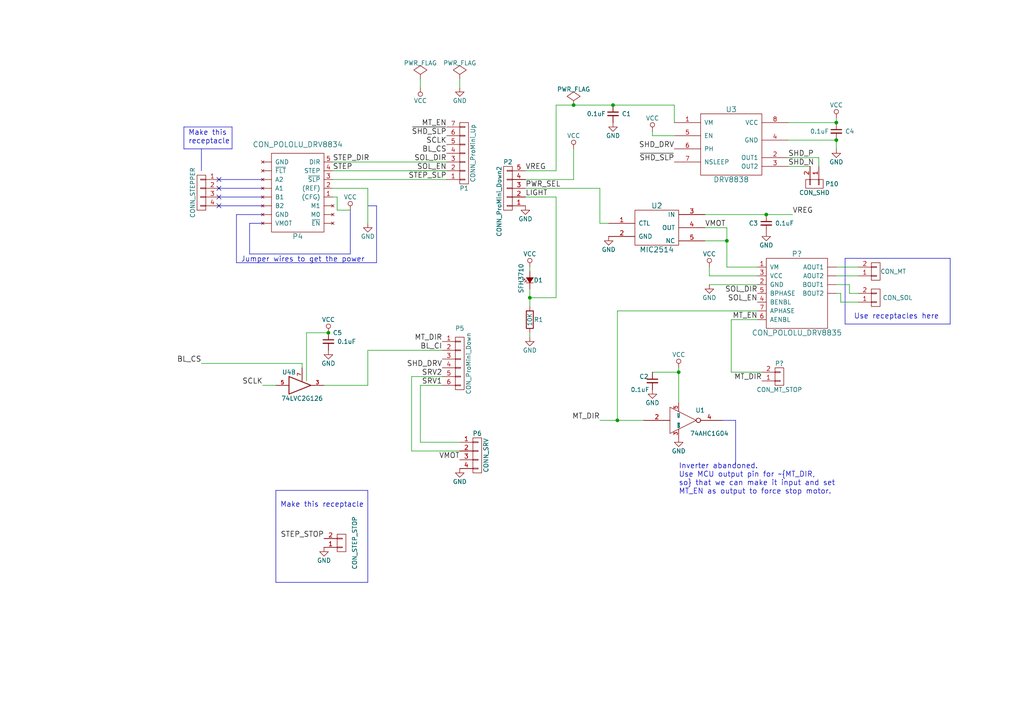
<source format=kicad_sch>
(kicad_sch (version 20230121) (generator eeschema)
  (paper "A4")
  (title_block (title "Pro-Mini Breakout"))
  (lib_symbols
    (symbol "ibk-rescue:74AHC1G04" (pin_names (offset 0.254))
      (property "Reference" "U" (at 4.953 2.921 0))
      (property "Value" "74AHC1G04" (at 7.62 -3.81 0))
      (symbol "74AHC1G04_0_0"
        (polyline (pts (xy -3.81 3.81) (xy -3.81 -3.81) (xy 3.81 0) (xy -3.81 3.81)))
        (pin power_in line (at -1.27 -5.08 90) (length 2.54) (name "GND") (number "3"))
        (pin power_in line (at -1.27 5.08 270) (length 2.54) (name "VCC") (number "5"))
      )
      (symbol "74AHC1G04_1_1"
        (pin input line (at -11.43 0 0) (length 7.62) (name "~") (number "2"))
        (pin output inverted (at 11.43 0 180) (length 7.62) (name "~") (number "4"))
      )
      (symbol "74AHC1G04_1_2"
        (pin input inverted (at -11.43 0 0) (length 7.62) (name "~") (number "2"))
        (pin output line (at 11.43 0 180) (length 7.62) (name "~") (number "4"))
      )
    )
    (symbol "ibk-rescue:74LVC2G126" (pin_names (offset 1.016))
      (property "Reference" "U" (at -2.54 3.81 0))
      (property "Value" "74LVC2G126" (at 0 -3.81 0))
      (symbol "74LVC2G126_0_1"
        (polyline (pts (xy -3.81 2.54) (xy -3.81 -2.54) (xy 2.54 0) (xy -3.81 2.54)) (stroke (width 0.254)))
        (pin power_in line (at 1.27 -1.27 270) (length 0) hide (name "GND") (number "4"))
        (pin power_in line (at 1.27 1.27 90) (length 0) hide (name "VCC") (number "8"))
      )
      (symbol "74LVC2G126_1_1"
        (pin input line (at 0 5.08 270) (length 3.81) (name "~") (number "1"))
        (pin input line (at -7.62 0 0) (length 3.81) (name "~") (number "2"))
        (pin tri_state line (at 6.35 0 180) (length 3.81) (name "~") (number "6"))
      )
      (symbol "74LVC2G126_2_1"
        (pin tri_state line (at 6.35 0 180) (length 3.81) (name "~") (number "3"))
        (pin input line (at -7.62 0 0) (length 3.81) (name "~") (number "5"))
        (pin input line (at 0 5.08 270) (length 3.81) (name "~") (number "7"))
      )
    )
    (symbol "ibk-rescue:CONN_01X02" (pin_names (offset 1.016) hide)
      (property "Reference" "P" (at 0 3.81 0))
      (property "Value" "CONN_01X02" (at 2.54 0 90))
      (symbol "CONN_01X02_0_1"
        (rectangle (start -1.27 -1.143) (end 0.254 -1.397))
        (rectangle (start -1.27 1.397) (end 0.254 1.143))
        (rectangle (start -1.27 2.54) (end 1.27 -2.54))
      )
      (symbol "CONN_01X02_1_1"
        (pin passive line (at -5.08 1.27 0) (length 3.81) (name "P1") (number "1"))
        (pin passive line (at -5.08 -1.27 0) (length 3.81) (name "P2") (number "2"))
      )
    )
    (symbol "ibk-rescue:CONN_01X04" (pin_names (offset 1.016) hide)
      (property "Reference" "P" (at 0 6.35 0))
      (property "Value" "CONN_01X04" (at 2.54 0 90))
      (symbol "CONN_01X04_0_1"
        (rectangle (start -1.27 -3.683) (end 0.254 -3.937))
        (rectangle (start -1.27 -1.143) (end 0.254 -1.397))
        (rectangle (start -1.27 1.397) (end 0.254 1.143))
        (rectangle (start -1.27 3.937) (end 0.254 3.683))
        (rectangle (start -1.27 5.08) (end 1.27 -5.08))
      )
      (symbol "CONN_01X04_1_1"
        (pin passive line (at -5.08 3.81 0) (length 3.81) (name "P1") (number "1"))
        (pin passive line (at -5.08 1.27 0) (length 3.81) (name "P2") (number "2"))
        (pin passive line (at -5.08 -1.27 0) (length 3.81) (name "P3") (number "3"))
        (pin passive line (at -5.08 -3.81 0) (length 3.81) (name "P4") (number "4"))
      )
    )
    (symbol "ibk-rescue:CONN_01X05" (pin_names (offset 1.016) hide)
      (property "Reference" "P" (at 0 7.62 0))
      (property "Value" "CONN_01X05" (at 2.54 0 90))
      (symbol "CONN_01X05_0_1"
        (rectangle (start -1.27 -4.953) (end 0.254 -5.207))
        (rectangle (start -1.27 -2.413) (end 0.254 -2.667))
        (rectangle (start -1.27 0.127) (end 0.254 -0.127))
        (rectangle (start -1.27 2.667) (end 0.254 2.413))
        (rectangle (start -1.27 5.207) (end 0.254 4.953))
        (rectangle (start -1.27 6.35) (end 1.27 -6.35))
      )
      (symbol "CONN_01X05_1_1"
        (pin passive line (at -5.08 5.08 0) (length 3.81) (name "P1") (number "1"))
        (pin passive line (at -5.08 2.54 0) (length 3.81) (name "P2") (number "2"))
        (pin passive line (at -5.08 0 0) (length 3.81) (name "P3") (number "3"))
        (pin passive line (at -5.08 -2.54 0) (length 3.81) (name "P4") (number "4"))
        (pin passive line (at -5.08 -5.08 0) (length 3.81) (name "P5") (number "5"))
      )
    )
    (symbol "ibk-rescue:CONN_01X06" (pin_names (offset 1.016) hide)
      (property "Reference" "P" (at 0 8.89 0))
      (property "Value" "CONN_01X06" (at 2.54 0 90))
      (symbol "CONN_01X06_0_1"
        (rectangle (start -1.27 -6.223) (end 0.254 -6.477))
        (rectangle (start -1.27 -3.683) (end 0.254 -3.937))
        (rectangle (start -1.27 -1.143) (end 0.254 -1.397))
        (rectangle (start -1.27 1.397) (end 0.254 1.143))
        (rectangle (start -1.27 3.937) (end 0.254 3.683))
        (rectangle (start -1.27 6.477) (end 0.254 6.223))
        (rectangle (start -1.27 7.62) (end 1.27 -7.62))
      )
      (symbol "CONN_01X06_1_1"
        (pin passive line (at -5.08 6.35 0) (length 3.81) (name "P1") (number "1"))
        (pin passive line (at -5.08 3.81 0) (length 3.81) (name "P2") (number "2"))
        (pin passive line (at -5.08 1.27 0) (length 3.81) (name "P3") (number "3"))
        (pin passive line (at -5.08 -1.27 0) (length 3.81) (name "P4") (number "4"))
        (pin passive line (at -5.08 -3.81 0) (length 3.81) (name "P5") (number "5"))
        (pin passive line (at -5.08 -6.35 0) (length 3.81) (name "P6") (number "6"))
      )
    )
    (symbol "ibk-rescue:CONN_01X07" (pin_names (offset 1.016) hide)
      (property "Reference" "P" (at 0 10.16 0))
      (property "Value" "CONN_01X07" (at 2.54 0 90))
      (symbol "CONN_01X07_0_1"
        (rectangle (start -1.27 -8.89) (end 1.27 8.89))
        (rectangle (start -1.27 -7.493) (end 0.254 -7.747))
        (rectangle (start -1.27 -4.953) (end 0.254 -5.207))
        (rectangle (start -1.27 -2.413) (end 0.254 -2.667))
        (rectangle (start -1.27 0.127) (end 0.254 -0.127))
        (rectangle (start -1.27 2.667) (end 0.254 2.413))
        (rectangle (start -1.27 5.207) (end 0.254 4.953))
        (rectangle (start -1.27 7.747) (end 0.254 7.493))
      )
      (symbol "CONN_01X07_1_1"
        (pin passive line (at -5.08 7.62 0) (length 3.81) (name "P1") (number "1"))
        (pin passive line (at -5.08 5.08 0) (length 3.81) (name "P2") (number "2"))
        (pin passive line (at -5.08 2.54 0) (length 3.81) (name "P3") (number "3"))
        (pin passive line (at -5.08 0 0) (length 3.81) (name "P4") (number "4"))
        (pin passive line (at -5.08 -2.54 0) (length 3.81) (name "P5") (number "5"))
        (pin passive line (at -5.08 -5.08 0) (length 3.81) (name "P6") (number "6"))
        (pin passive line (at -5.08 -7.62 0) (length 3.81) (name "P7") (number "7"))
      )
    )
    (symbol "ibk-rescue:CON_POLOLU_DRV8835-RESCUE-ibk" (pin_names (offset 1.016))
      (property "Reference" "P" (at 0 8.89 0))
      (property "Value" "CON_POLOLU_DRV8835-RESCUE-ibk" (at 0 -13.97 0))
      (symbol "CON_POLOLU_DRV8835-RESCUE-ibk_0_1"
        (rectangle (start -8.89 7.62) (end 8.89 -12.7))
      )
      (symbol "CON_POLOLU_DRV8835-RESCUE-ibk_1_1"
        (pin power_in line (at -11.43 5.08 0) (length 2.54) (name "VM") (number "1"))
        (pin power_in line (at -11.43 0 0) (length 2.54) (name "GND") (number "2"))
        (pin power_in line (at -11.43 2.54 0) (length 2.54) (name "VCC") (number "3"))
        (pin input line (at -11.43 -5.08 0) (length 2.54) (name "BENBL") (number "4"))
        (pin input line (at -11.43 -2.54 0) (length 2.54) (name "BPHASE") (number "5"))
        (pin input line (at -11.43 -10.16 0) (length 2.54) (name "AENBL") (number "6"))
        (pin input line (at -11.43 -7.62 0) (length 2.54) (name "APHASE") (number "7"))
        (pin power_out line (at 11.43 5.08 180) (length 2.54) (name "AOUT1") (number "~"))
        (pin power_out line (at 11.43 2.54 180) (length 2.54) (name "AOUT2") (number "~"))
        (pin power_out line (at 11.43 0 180) (length 2.54) (name "BOUT1") (number "~"))
        (pin power_out line (at 11.43 -2.54 180) (length 2.54) (name "BOUT2") (number "~"))
      )
    )
    (symbol "ibk-rescue:C_Small" (pin_numbers hide) (pin_names (offset 0.254) hide)
      (property "Reference" "C" (at 0.254 1.778 0))
      (property "Value" "C_Small" (at 0.254 -2.032 0))
      (symbol "C_Small_0_1"
        (polyline (pts (xy -1.524 -0.508) (xy 1.524 -0.508)) (stroke (width 0.3302)))
        (polyline (pts (xy -1.524 0.508) (xy 1.524 0.508)) (stroke (width 0.3048)))
      )
      (symbol "C_Small_1_1"
        (pin passive line (at 0 2.54 270) (length 2.032) (name "~") (number "1"))
        (pin passive line (at 0 -2.54 90) (length 2.032) (name "~") (number "2"))
      )
    )
    (symbol "ibk-rescue:GND" (power) (pin_names (offset 0))
      (property "Value" "GND" (at 0 -3.81 0))
      (symbol "GND_0_1"
        (polyline (pts (xy 0 0) (xy 0 -1.27) (xy 1.27 -1.27) (xy 0 -2.54) (xy -1.27 -1.27) (xy 0 -1.27)))
      )
      (symbol "GND_1_1"
        (pin power_in line (at 0 0 270) (length 0) hide (name "GND") (number "1"))
      )
    )
    (symbol "ibk-rescue:PWR_FLAG" (power) (pin_numbers hide) (pin_names (offset 0) hide)
      (property "Value" "PWR_FLAG" (at 0 4.572 0))
      (symbol "PWR_FLAG_0_0"
        (pin power_out line (at 0 0 90) (length 0) (name "pwr") (number "1"))
      )
      (symbol "PWR_FLAG_0_1"
        (polyline (pts (xy 0 0) (xy 0 1.27) (xy -1.905 2.54) (xy 0 3.81) (xy 1.905 2.54) (xy 0 1.27)))
      )
    )
    (symbol "ibk-rescue:R" (pin_numbers hide) (pin_names (offset 0))
      (property "Reference" "R" (at 2.032 0 90))
      (property "Value" "R" (at 0 0 90))
      (symbol "R_0_1"
        (rectangle (start -1.016 -2.54) (end 1.016 2.54) (stroke (width 0.254)))
      )
      (symbol "R_1_1"
        (pin passive line (at 0 3.81 270) (length 1.27) (name "~") (number "1"))
        (pin passive line (at 0 -3.81 90) (length 1.27) (name "~") (number "2"))
      )
    )
    (symbol "ibk-rescue:VCC" (power) (pin_names (offset 0))
      (property "Value" "VCC" (at 0 3.81 0))
      (symbol "VCC_0_1"
        (polyline (pts (xy 0 0) (xy 0 1.27)))
        (circle (center 0 1.905) (radius 0.635))
      )
      (symbol "VCC_1_1"
        (pin power_in line (at 0 0 90) (length 0) hide (name "VCC") (number "1"))
      )
    )
    (symbol "parts:CON_POLOLU_DRV8834" (pin_names (offset 1.016))
      (property "Reference" "P" (at 0 12.7 0))
      (property "Value" "CON_POLOLU_DRV8834" (at 0 -13.97 0))
      (symbol "CON_POLOLU_DRV8834_0_1"
        (rectangle (start -7.62 11.43) (end 7.62 -11.43))
      )
      (symbol "CON_POLOLU_DRV8834_1_1"
        (pin input line (at 10.16 1.27 180) (length 2.54) (name "(CFG)") (number "1"))
        (pin input line (at 10.16 -1.27 180) (length 2.54) (name "(REF)") (number "2"))
        (pin input line (at 10.16 -3.81 180) (length 2.54) (name "~{SLP}") (number "3"))
        (pin input line (at 10.16 -6.35 180) (length 2.54) (name "STEP") (number "4"))
        (pin input line (at 10.16 -8.89 180) (length 2.54) (name "DIR") (number "5"))
        (pin no_connect line (at -10.16 -1.27 0) (length 2.54) (name "A1") (number "~"))
        (pin no_connect line (at -10.16 -3.81 0) (length 2.54) (name "A2") (number "~"))
        (pin no_connect line (at -10.16 1.27 0) (length 2.54) (name "B1") (number "~"))
        (pin no_connect line (at -10.16 3.81 0) (length 2.54) (name "B2") (number "~"))
        (pin no_connect line (at -10.16 -8.89 0) (length 2.54) (name "GND") (number "~"))
        (pin no_connect line (at -10.16 6.35 0) (length 2.54) (name "GND") (number "~"))
        (pin no_connect line (at 10.16 6.35 180) (length 2.54) (name "M0") (number "~"))
        (pin no_connect line (at 10.16 3.81 180) (length 2.54) (name "M1") (number "~"))
        (pin no_connect line (at -10.16 8.89 0) (length 2.54) (name "VMOT") (number "~"))
        (pin no_connect line (at 10.16 8.89 180) (length 2.54) (name "~{EN}") (number "~"))
        (pin no_connect line (at -10.16 -6.35 0) (length 2.54) (name "~{FLT}") (number "~"))
      )
    )
    (symbol "parts:DRV8838" (pin_names (offset 1.016))
      (property "Reference" "U" (at 0 10.16 0))
      (property "Value" "DRV8838" (at 0 -10.16 0))
      (symbol "DRV8838_0_1"
        (rectangle (start -8.89 8.89) (end 8.89 -8.89))
      )
      (symbol "DRV8838_1_1"
        (pin power_in line (at -16.51 6.35 0) (length 7.62) (name "VM") (number "1"))
        (pin power_out line (at 16.51 -3.81 180) (length 7.62) (name "OUT1") (number "2"))
        (pin power_out line (at 16.51 -6.35 180) (length 7.62) (name "OUT2") (number "3"))
        (pin power_in line (at 16.51 1.27 180) (length 7.62) (name "GND") (number "4"))
        (pin input line (at -16.51 2.54 0) (length 7.62) (name "EN") (number "5"))
        (pin input line (at -16.51 -1.27 0) (length 7.62) (name "PH") (number "6"))
        (pin input line (at -16.51 -5.08 0) (length 7.62) (name "NSLEEP") (number "7"))
        (pin power_in line (at 16.51 6.35 180) (length 7.62) (name "VCC") (number "8"))
      )
    )
    (symbol "parts:MIC2514" (pin_names (offset 1.016))
      (property "Reference" "U" (at 0 6.35 0))
      (property "Value" "MIC2514" (at 0 -7.62 0))
      (symbol "MIC2514_0_1"
        (rectangle (start -6.35 5.08) (end 6.35 -5.08))
      )
      (symbol "MIC2514_1_1"
        (pin input line (at -13.97 1.27 0) (length 7.62) (name "CTL") (number "1"))
        (pin power_in line (at -13.97 -2.54 0) (length 7.62) (name "GND") (number "2"))
        (pin power_in line (at 13.97 3.81 180) (length 7.62) (name "IN") (number "3"))
        (pin power_out line (at 13.97 0 180) (length 7.62) (name "OUT") (number "4"))
        (pin input line (at 13.97 -3.81 180) (length 7.62) (name "NC") (number "5"))
      )
    )
    (symbol "parts:Photodiode" (pin_numbers hide) (pin_names (offset 0.254) hide)
      (property "Reference" "D" (at -1.27 3.175 0))
      (property "Value" "Photodiode" (at -4.445 -2.54 0))
      (symbol "Photodiode_0_1"
        (polyline (pts (xy -0.762 -1.016) (xy -0.762 1.016)))
        (polyline (pts (xy 0.762 -1.016) (xy -0.762 0) (xy 0.762 1.016) (xy 0.762 -1.016)) (fill (type outline)))
        (polyline (pts (xy -0.635 1.524) (xy -0.127 1.016) (xy -0.127 1.27) (xy -0.127 1.016) (xy -0.381 1.016)))
        (polyline (pts (xy -0.127 1.905) (xy 0.381 1.397) (xy 0.381 1.651) (xy 0.381 1.397) (xy 0.127 1.397) (xy 0.381 1.397)))
      )
      (symbol "Photodiode_1_1"
        (pin passive line (at -2.54 0 0) (length 1.778) (name "K") (number "1"))
        (pin passive line (at 2.54 0 180) (length 1.778) (name "A") (number "2"))
      )
    )
  )
  (junction (at 166.37 30.48))
  (junction (at 222.25 62.23))
  (junction (at 242.57 40.64))
  (junction (at 242.57 35.56))
  (junction (at 153.67 86.36))
  (junction (at 179.07 121.92))
  (junction (at 95.25 96.52))
  (junction (at 177.8 30.48))
  (junction (at 196.85 107.95))
  (junction (at 210.82 69.85))
  (no_connect (at 63.5 59.69))
  (no_connect (at 63.5 52.07))
  (no_connect (at 63.5 57.15))
  (no_connect (at 63.5 54.61))
  (wire (pts (xy 119.38 130.81) (xy 133.35 130.81)))
  (wire (pts (xy 179.07 121.92) (xy 186.69 121.92)))
  (polyline (pts (xy 106.68 59.69) (xy 109.22 59.69)))
  (wire (pts (xy 80.01 111.76) (xy 76.2 111.76)))
  (wire (pts (xy 179.07 90.17) (xy 219.71 90.17)))
  (polyline (pts (xy 53.34 43.18) (xy 53.34 36.83)))
  (wire (pts (xy 204.47 62.23) (xy 222.25 62.23)))
  (polyline (pts (xy 67.31 43.18) (xy 53.34 43.18)))
  (wire (pts (xy 152.4 57.15) (xy 161.29 57.15)))
  (wire (pts (xy 205.74 77.47) (xy 205.74 80.01)))
  (wire (pts (xy 87.63 105.41) (xy 87.63 106.68)))
  (wire (pts (xy 97.79 57.15) (xy 97.79 60.96)))
  (wire (pts (xy 119.38 109.22) (xy 128.27 109.22)))
  (wire (pts (xy 246.38 85.09) (xy 248.92 85.09)))
  (wire (pts (xy 222.25 62.23) (xy 229.87 62.23)))
  (wire (pts (xy 210.82 69.85) (xy 210.82 77.47)))
  (wire (pts (xy 121.92 22.86) (xy 121.92 25.4)))
  (wire (pts (xy 246.38 82.55) (xy 246.38 85.09)))
  (wire (pts (xy 242.57 40.64) (xy 242.57 43.18)))
  (wire (pts (xy 212.09 107.95) (xy 220.98 107.95)))
  (polyline (pts (xy 101.6 60.96) (xy 101.6 73.66)))
  (wire (pts (xy 242.57 82.55) (xy 246.38 82.55)))
  (wire (pts (xy 204.47 69.85) (xy 210.82 69.85)))
  (polyline (pts (xy 213.36 121.92) (xy 213.36 134.62)))
  (wire (pts (xy 196.85 106.68) (xy 196.85 107.95)))
  (polyline (pts (xy 109.22 59.69) (xy 109.22 76.2)))
  (wire (pts (xy 161.29 30.48) (xy 166.37 30.48)))
  (polyline (pts (xy 109.22 76.2) (xy 68.58 76.2)))
  (wire (pts (xy 161.29 86.36) (xy 153.67 86.36)))
  (wire (pts (xy 97.79 60.96) (xy 101.6 60.96)))
  (wire (pts (xy 228.6 48.26) (xy 234.95 48.26)))
  (wire (pts (xy 161.29 49.53) (xy 152.4 49.53)))
  (wire (pts (xy 219.71 82.55) (xy 205.74 82.55)))
  (wire (pts (xy 242.57 80.01) (xy 248.92 80.01)))
  (polyline (pts (xy 63.5 57.15) (xy 76.2 57.15)))
  (wire (pts (xy 228.6 35.56) (xy 242.57 35.56)))
  (polyline (pts (xy 53.34 36.83) (xy 67.31 36.83)))
  (polyline (pts (xy 72.39 64.77) (xy 76.2 64.77)))
  (wire (pts (xy 121.92 111.76) (xy 121.92 128.27)))
  (wire (pts (xy 153.67 83.82) (xy 153.67 86.36)))
  (wire (pts (xy 195.58 30.48) (xy 195.58 35.56)))
  (polyline (pts (xy 245.11 93.98) (xy 275.59 93.98)))
  (wire (pts (xy 133.35 22.86) (xy 133.35 25.4)))
  (polyline (pts (xy 101.6 73.66) (xy 72.39 73.66)))
  (wire (pts (xy 96.52 57.15) (xy 97.79 57.15)))
  (wire (pts (xy 161.29 57.15) (xy 161.29 86.36)))
  (wire (pts (xy 93.98 111.76) (xy 106.68 111.76)))
  (polyline (pts (xy 68.58 76.2) (xy 68.58 62.23)))
  (polyline (pts (xy 106.68 142.24) (xy 80.01 142.24)))
  (polyline (pts (xy 72.39 73.66) (xy 72.39 64.77)))
  (wire (pts (xy 121.92 128.27) (xy 133.35 128.27)))
  (wire (pts (xy 242.57 85.09) (xy 243.84 85.09)))
  (wire (pts (xy 242.57 35.56) (xy 242.57 34.29)))
  (wire (pts (xy 119.38 109.22) (xy 119.38 130.81)))
  (wire (pts (xy 88.9 110.49) (xy 88.9 96.52)))
  (polyline (pts (xy 80.01 168.91) (xy 106.68 168.91)))
  (wire (pts (xy 243.84 85.09) (xy 243.84 87.63)))
  (wire (pts (xy 179.07 121.92) (xy 179.07 90.17)))
  (wire (pts (xy 228.6 45.72) (xy 237.49 45.72)))
  (polyline (pts (xy 275.59 74.93) (xy 245.11 74.93)))
  (wire (pts (xy 228.6 40.64) (xy 242.57 40.64)))
  (wire (pts (xy 153.67 96.52) (xy 153.67 97.79)))
  (polyline (pts (xy 63.5 59.69) (xy 76.2 59.69)))
  (wire (pts (xy 166.37 52.07) (xy 152.4 52.07)))
  (wire (pts (xy 205.74 80.01) (xy 219.71 80.01)))
  (wire (pts (xy 152.4 54.61) (xy 173.99 54.61)))
  (wire (pts (xy 173.99 121.92) (xy 179.07 121.92)))
  (wire (pts (xy 96.52 49.53) (xy 129.54 49.53)))
  (wire (pts (xy 96.52 46.99) (xy 129.54 46.99)))
  (polyline (pts (xy 68.58 62.23) (xy 76.2 62.23)))
  (wire (pts (xy 106.68 101.6) (xy 128.27 101.6)))
  (polyline (pts (xy 245.11 74.93) (xy 245.11 93.98)))
  (wire (pts (xy 166.37 30.48) (xy 177.8 30.48)))
  (wire (pts (xy 204.47 66.04) (xy 210.82 66.04)))
  (wire (pts (xy 106.68 54.61) (xy 106.68 64.77)))
  (wire (pts (xy 196.85 107.95) (xy 196.85 116.84)))
  (wire (pts (xy 121.92 111.76) (xy 128.27 111.76)))
  (wire (pts (xy 166.37 43.18) (xy 166.37 52.07)))
  (wire (pts (xy 242.57 77.47) (xy 248.92 77.47)))
  (wire (pts (xy 96.52 52.07) (xy 129.54 52.07)))
  (wire (pts (xy 237.49 45.72) (xy 237.49 48.26)))
  (wire (pts (xy 106.68 111.76) (xy 106.68 101.6)))
  (wire (pts (xy 153.67 77.47) (xy 153.67 78.74)))
  (polyline (pts (xy 63.5 54.61) (xy 76.2 54.61)))
  (polyline (pts (xy 67.31 36.83) (xy 67.31 43.18)))
  (wire (pts (xy 210.82 66.04) (xy 210.82 69.85)))
  (wire (pts (xy 96.52 54.61) (xy 106.68 54.61)))
  (polyline (pts (xy 106.68 168.91) (xy 106.68 142.24)))
  (wire (pts (xy 219.71 92.71) (xy 212.09 92.71)))
  (wire (pts (xy 177.8 30.48) (xy 195.58 30.48)))
  (wire (pts (xy 58.42 105.41) (xy 87.63 105.41)))
  (wire (pts (xy 173.99 54.61) (xy 173.99 64.77)))
  (wire (pts (xy 210.82 77.47) (xy 219.71 77.47)))
  (wire (pts (xy 243.84 87.63) (xy 248.92 87.63)))
  (polyline (pts (xy 209.55 121.92) (xy 213.36 121.92)))
  (wire (pts (xy 161.29 30.48) (xy 161.29 49.53)))
  (polyline (pts (xy 275.59 93.98) (xy 275.59 74.93)))
  (wire (pts (xy 173.99 64.77) (xy 176.53 64.77)))
  (wire (pts (xy 212.09 92.71) (xy 212.09 107.95)))
  (polyline (pts (xy 58.42 43.18) (xy 58.42 49.53)))
  (wire (pts (xy 153.67 86.36) (xy 153.67 88.9)))
  (polyline (pts (xy 63.5 52.07) (xy 76.2 52.07)))
  (polyline (pts (xy 80.01 142.24) (xy 80.01 168.91)))
  (wire (pts (xy 189.23 38.1) (xy 189.23 39.37)))
  (wire (pts (xy 189.23 107.95) (xy 196.85 107.95)))
  (wire (pts (xy 189.23 39.37) (xy 195.58 39.37)))
  (wire (pts (xy 88.9 96.52) (xy 95.25 96.52)))
  (text "Inverter abandoned.\nUse MCU output pin for ~{MT_DIR,\nso} that we can make it input and set\nMT_EN as output to force stop motor." (at 196.85 143.51 0) (effects (font (size 1.524 1.524)) (justify left bottom)))
  (text "Make this \nreceptacle" (at 54.61 41.91 0) (effects (font (size 1.524 1.524)) (justify left bottom)))
  (text "Jumper wires to get the power" (at 69.85 76.2 0) (effects (font (size 1.524 1.524)) (justify left bottom)))
  (text "Use receptacles here" (at 247.65 92.71 0) (effects (font (size 1.524 1.524)) (justify left bottom)))
  (text "Make this receptacle" (at 81.28 147.32 0) (effects (font (size 1.524 1.524)) (justify left bottom)))
  (label "SHD_DRV" (at 128.27 106.68 180) (effects (font (size 1.524 1.524))))
  (label "SHD_N" (at 228.6 48.26 0) (effects (font (size 1.524 1.524))))
  (label "SRV2" (at 128.27 109.22 180) (effects (font (size 1.524 1.524))))
  (label "SOL_EN" (at 129.54 49.53 180) (effects (font (size 1.524 1.524))))
  (label "MT_DIR" (at 173.99 121.92 180) (effects (font (size 1.524 1.524))))
  (label "MT_EN" (at 129.54 36.83 180) (effects (font (size 1.524 1.524))))
  (label "STEP" (at 96.52 49.53 0) (effects (font (size 1.524 1.524))))
  (label "VREG" (at 152.4 49.53 0) (effects (font (size 1.524 1.524))))
  (label "SCLK" (at 129.54 41.91 180) (effects (font (size 1.524 1.524))))
  (label "LIGHT" (at 152.4 57.15 0) (effects (font (size 1.524 1.524))))
  (label "SRV1" (at 128.27 111.76 180) (effects (font (size 1.524 1.524))))
  (label "SOL_EN" (at 219.71 87.63 180) (effects (font (size 1.524 1.524))))
  (label "MT_DIR" (at 220.98 110.49 180) (effects (font (size 1.524 1.524))))
  (label "BL_CS" (at 129.54 44.45 180) (effects (font (size 1.524 1.524))))
  (label "SOL_DIR" (at 129.54 46.99 180) (effects (font (size 1.524 1.524))))
  (label "~{SHD_SLP}" (at 129.54 39.37 180) (effects (font (size 1.524 1.524))))
  (label "MT_EN" (at 219.71 92.71 180) (effects (font (size 1.524 1.524))))
  (label "BL_CS" (at 58.42 105.41 180) (effects (font (size 1.524 1.524))))
  (label "STEP_STOP" (at 93.98 156.21 180) (effects (font (size 1.524 1.524))))
  (label "SCLK" (at 76.2 111.76 180) (effects (font (size 1.524 1.524))))
  (label "~{SHD_SLP}" (at 195.58 46.99 180) (effects (font (size 1.524 1.524))))
  (label "BL_CI" (at 128.27 101.6 180) (effects (font (size 1.524 1.524))))
  (label "MT_DIR" (at 128.27 99.06 180) (effects (font (size 1.524 1.524))))
  (label "SHD_P" (at 228.6 45.72 0) (effects (font (size 1.524 1.524))))
  (label "PWR_SEL" (at 152.4 54.61 0) (effects (font (size 1.524 1.524))))
  (label "SOL_DIR" (at 219.71 85.09 180) (effects (font (size 1.524 1.524))))
  (label "STEP_DIR" (at 96.52 46.99 0) (effects (font (size 1.524 1.524))))
  (label "SHD_DRV" (at 195.58 43.18 180) (effects (font (size 1.524 1.524))))
  (label "VMOT" (at 133.35 133.35 180) (effects (font (size 1.524 1.524))))
  (label "~{STEP_SLP}" (at 129.54 52.07 180) (effects (font (size 1.524 1.524))))
  (label "VMOT" (at 204.47 66.04 0) (effects (font (size 1.524 1.524))))
  (label "VREG" (at 229.87 62.23 0) (effects (font (size 1.524 1.524))))
  (symbol (lib_id "ibk-rescue:74LVC2G126") (at 87.63 111.76 0) (unit 2)
    (property "Reference" "U4" (at 83.82 107.95 0))
    (property "Value" "74LVC2G126" (at 87.63 115.57 0))
    (property "Footprint" "perfboard:SN74LVC2G126_DCU_8" (effects hide))
  )
  (symbol (lib_id "parts:DRV8838") (at 212.09 41.91 0) (unit 1)
    (property "Reference" "U3" (at 212.09 31.75 0) (effects (font (size 1.524 1.524))))
    (property "Value" "DRV8838" (at 212.09 52.07 0) (effects (font (size 1.524 1.524))))
    (property "Footprint" "perfboard:DRV8838_DSG_8" (effects hide))
  )
  (symbol (lib_id "parts:Photodiode") (at 153.67 81.28 90) (unit 1)
    (property "Reference" "D1" (at 157.48 81.28 90) (effects (justify left)))
    (property "Value" "SFH3710" (at 151.13 85.09 0) (effects (justify left)))
    (property "Footprint" "LEDs:LED_0805" (effects hide))
  )
  (symbol (lib_id "parts:MIC2514") (at 190.5 66.04 0) (unit 1)
    (property "Reference" "U2" (at 190.5 59.69 0) (effects (font (size 1.524 1.524))))
    (property "Value" "MIC2514" (at 190.5 72.39 0) (effects (font (size 1.524 1.524))))
    (property "Footprint" "TO_SOT_Packages_SMD:SOT-23-5" (effects hide))
  )
  (symbol (lib_id "ibk-rescue:VCC") (at 166.37 43.18 0) (unit 1)
    (property "Reference" "#PWR024" (effects hide))
    (property "Value" "VCC" (at 166.37 39.37 0))
  )
  (symbol (lib_id "ibk-rescue:PWR_FLAG") (at 121.92 22.86 0) (unit 1)
    (property "Reference" "#FLG01" (effects hide))
    (property "Value" "PWR_FLAG" (at 121.92 18.288 0))
  )
  (symbol (lib_id "ibk-rescue:PWR_FLAG") (at 133.35 22.86 0) (unit 1)
    (property "Reference" "#FLG02" (effects hide))
    (property "Value" "PWR_FLAG" (at 133.35 18.288 0))
  )
  (symbol (lib_id "ibk-rescue:VCC") (at 121.92 25.4 180) (unit 1)
    (property "Reference" "#PWR03" (effects hide))
    (property "Value" "VCC" (at 121.92 29.21 0))
  )
  (symbol (lib_id "ibk-rescue:GND") (at 133.35 25.4 0) (unit 1)
    (property "Reference" "#PWR04" (effects hide))
    (property "Value" "GND" (at 133.35 29.21 0))
  )
  (symbol (lib_id "ibk-rescue:GND") (at 152.4 59.69 0) (unit 1)
    (property "Reference" "#PWR05" (effects hide))
    (property "Value" "GND" (at 152.4 63.5 0))
  )
  (symbol (lib_id "ibk-rescue:GND") (at 153.67 97.79 0) (unit 1)
    (property "Reference" "#PWR06" (effects hide))
    (property "Value" "GND" (at 153.67 101.6 0))
  )
  (symbol (lib_id "ibk-rescue:R") (at 153.67 92.71 0) (unit 1)
    (property "Reference" "R1" (at 156.21 92.71 0))
    (property "Value" "10K" (at 153.67 92.71 90))
    (property "Footprint" "Resistors_SMD:R_0402" (effects hide))
  )
  (symbol (lib_id "ibk-rescue:VCC") (at 153.67 77.47 0) (unit 1)
    (property "Reference" "#PWR07" (effects hide))
    (property "Value" "VCC" (at 153.67 73.66 0))
  )
  (symbol (lib_id "ibk-rescue:VCC") (at 242.57 34.29 0) (unit 1)
    (property "Reference" "#PWR08" (effects hide))
    (property "Value" "VCC" (at 242.57 30.48 0))
  )
  (symbol (lib_id "ibk-rescue:C_Small") (at 242.57 38.1 0) (unit 1)
    (property "Reference" "C4" (at 245.11 38.1 0) (effects (justify left)))
    (property "Value" "0.1uF" (at 234.95 38.1 0) (effects (justify left)))
    (property "Footprint" "Capacitors_SMD:C_0402" (effects hide))
  )
  (symbol (lib_id "ibk-rescue:CONN_01X02") (at 236.22 53.34 270) (unit 1)
    (property "Reference" "P10" (at 241.3 53.34 90))
    (property "Value" "CON_SHD" (at 236.22 55.88 90))
    (property "Footprint" "perfboard:Pin_Header_Straight_1x02_Pitch1.27mm" (effects hide))
  )
  (symbol (lib_id "ibk-rescue:GND") (at 242.57 43.18 0) (unit 1)
    (property "Reference" "#PWR09" (effects hide))
    (property "Value" "GND" (at 242.57 46.99 0))
  )
  (symbol (lib_id "ibk-rescue:C_Small") (at 177.8 33.02 0) (unit 1)
    (property "Reference" "C1" (at 180.34 33.02 0) (effects (justify left)))
    (property "Value" "0.1uF" (at 170.18 33.02 0) (effects (justify left)))
    (property "Footprint" "Capacitors_SMD:C_0402" (effects hide))
  )
  (symbol (lib_id "ibk-rescue:GND") (at 176.53 68.58 0) (unit 1)
    (property "Reference" "#PWR010" (effects hide))
    (property "Value" "GND" (at 176.53 72.39 0))
  )
  (symbol (lib_id "ibk-rescue:C_Small") (at 222.25 64.77 0) (unit 1)
    (property "Reference" "C3" (at 217.17 64.77 0) (effects (justify left)))
    (property "Value" "0.1uF" (at 224.79 64.77 0) (effects (justify left)))
    (property "Footprint" "Capacitors_SMD:C_0402" (effects hide))
  )
  (symbol (lib_id "ibk-rescue:GND") (at 222.25 67.31 0) (unit 1)
    (property "Reference" "#PWR011" (effects hide))
    (property "Value" "GND" (at 222.25 71.12 0))
  )
  (symbol (lib_id "ibk-rescue:74AHC1G04") (at 198.12 121.92 0) (unit 1)
    (property "Reference" "U1" (at 203.073 118.999 0))
    (property "Value" "74AHC1G04" (at 205.74 125.73 0))
    (property "Footprint" "TO_SOT_Packages_SMD:SOT-353" (effects hide))
  )
  (symbol (lib_id "ibk-rescue:C_Small") (at 189.23 110.49 0) (unit 1)
    (property "Reference" "C2" (at 185.42 109.22 0) (effects (justify left)))
    (property "Value" "0.1uF" (at 182.88 113.03 0) (effects (justify left)))
    (property "Footprint" "Capacitors_SMD:C_0402" (effects hide))
  )
  (symbol (lib_id "ibk-rescue:VCC") (at 196.85 106.68 0) (unit 1)
    (property "Reference" "#PWR012" (effects hide))
    (property "Value" "VCC" (at 196.85 102.87 0))
  )
  (symbol (lib_id "ibk-rescue:GND") (at 189.23 113.03 0) (unit 1)
    (property "Reference" "#PWR013" (effects hide))
    (property "Value" "GND" (at 189.23 116.84 0))
  )
  (symbol (lib_id "ibk-rescue:GND") (at 196.85 127 0) (unit 1)
    (property "Reference" "#PWR014" (effects hide))
    (property "Value" "GND" (at 196.85 130.81 0))
  )
  (symbol (lib_id "ibk-rescue:VCC") (at 205.74 77.47 0) (unit 1)
    (property "Reference" "#PWR015" (effects hide))
    (property "Value" "VCC" (at 205.74 73.66 0))
  )
  (symbol (lib_id "ibk-rescue:GND") (at 93.98 158.75 0) (unit 1)
    (property "Reference" "#PWR016" (effects hide))
    (property "Value" "GND" (at 93.98 162.56 0))
  )
  (symbol (lib_id "ibk-rescue:GND") (at 177.8 35.56 0) (unit 1)
    (property "Reference" "#PWR017" (effects hide))
    (property "Value" "GND" (at 177.8 39.37 0))
  )
  (symbol (lib_id "ibk-rescue:C_Small") (at 95.25 99.06 0) (unit 1)
    (property "Reference" "C5" (at 96.52 96.52 0) (effects (justify left)))
    (property "Value" "0.1uF" (at 97.79 99.06 0) (effects (justify left)))
    (property "Footprint" "Capacitors_SMD:C_0402" (effects hide))
  )
  (symbol (lib_id "ibk-rescue:GND") (at 95.25 101.6 0) (unit 1)
    (property "Reference" "#PWR018" (effects hide))
    (property "Value" "GND" (at 95.25 105.41 0))
  )
  (symbol (lib_id "ibk-rescue:VCC") (at 95.25 96.52 0) (unit 1)
    (property "Reference" "#PWR019" (effects hide))
    (property "Value" "VCC" (at 95.25 92.71 0))
  )
  (symbol (lib_id "ibk-rescue:GND") (at 205.74 82.55 0) (unit 1)
    (property "Reference" "#PWR020" (effects hide))
    (property "Value" "GND" (at 205.74 86.36 0))
  )
  (symbol (lib_id "ibk-rescue:PWR_FLAG") (at 166.37 30.48 0) (unit 1)
    (property "Reference" "#FLG021" (effects hide))
    (property "Value" "PWR_FLAG" (at 166.37 25.908 0))
  )
  (symbol (lib_id "ibk-rescue:VCC") (at 101.6 60.96 0) (unit 1)
    (property "Reference" "#PWR022" (effects hide))
    (property "Value" "VCC" (at 101.6 57.15 0))
  )
  (symbol (lib_id "ibk-rescue:GND") (at 106.68 64.77 0) (unit 1)
    (property "Reference" "#PWR023" (effects hide))
    (property "Value" "GND" (at 106.68 68.58 0))
  )
  (symbol (lib_id "ibk-rescue:CONN_01X02") (at 99.06 157.48 0) (mirror x) (unit 1)
    (property "Reference" "#P2" (effects hide))
    (property "Value" "CON_STEP_STOP" (at 102.87 157.48 90))
  )
  (symbol (lib_id "ibk-rescue:CONN_01X06") (at 133.35 105.41 0) (unit 1)
    (property "Reference" "P5" (at 133.35 95.25 0))
    (property "Value" "CON_ProMini_Down" (at 135.89 105.41 90))
    (property "Footprint" "Connectors_Molex:Molex_Panelmate-53780-0670_06x1.25mm_Angled" (effects hide))
  )
  (symbol (lib_id "parts:CON_POLOLU_DRV8834") (at 86.36 55.88 0) (mirror x) (unit 1)
    (property "Reference" "P4" (at 86.36 68.58 0) (effects (font (size 1.524 1.524))))
    (property "Value" "CON_POLOLU_DRV8834" (at 86.36 41.91 0) (effects (font (size 1.524 1.524))))
    (property "Footprint" "perfboard:Pin_Header_Straight_1x05" (effects hide))
  )
  (symbol (lib_id "ibk-rescue:CONN_01X04") (at 58.42 55.88 0) (mirror y) (unit 1)
    (property "Reference" "#P1" (effects hide))
    (property "Value" "CONN_STEPPER" (at 55.88 55.88 90))
  )
  (symbol (lib_id "ibk-rescue:GND") (at 133.35 135.89 0) (unit 1)
    (property "Reference" "#PWR025" (effects hide))
    (property "Value" "GND" (at 133.35 139.7 0))
  )
  (symbol (lib_id "ibk-rescue:CONN_01X07") (at 134.62 44.45 0) (mirror x) (unit 1)
    (property "Reference" "P1" (at 134.62 54.61 0))
    (property "Value" "CONN_ProMini_Up" (at 137.16 44.45 90))
    (property "Footprint" "Connectors_Molex:Molex_PicoBlade_53261-0771" (effects hide))
  )
  (symbol (lib_id "ibk-rescue:CONN_01X02") (at 226.06 109.22 0) (mirror x) (unit 1)
    (property "Reference" "P?" (at 226.06 105.41 0))
    (property "Value" "CON_MT_STOP" (at 226.06 113.03 0))
    (property "Footprint" "Connectors_Molex:Molex_PicoBlade_53047-0210" (effects hide))
  )
  (symbol (lib_id "ibk-rescue:CONN_01X04") (at 138.43 132.08 0) (unit 1)
    (property "Reference" "P6" (at 138.43 125.73 0))
    (property "Value" "CONN_SRV" (at 140.97 132.08 90))
    (property "Footprint" "Connectors_Molex:Molex_PicoBlade_53048-0410" (effects hide))
  )
  (symbol (lib_id "ibk-rescue:CONN_01X05") (at 147.32 54.61 180) (unit 1)
    (property "Reference" "P2" (at 147.32 46.99 0))
    (property "Value" "CONN_ProMini_Down2" (at 144.78 58.42 90))
    (property "Footprint" "Connectors_Molex:Molex_Panelmate-53780-0570_05x1.25mm_Angled" (effects hide))
  )
  (symbol (lib_id "ibk-rescue:CONN_01X02") (at 254 86.36 0) (mirror x) (unit 1)
    (property "Reference" "#P?" (effects hide))
    (property "Value" "CON_SOL" (at 260.35 86.36 0))
    (property "Footprint" "perfboard:Pin_Header_Straight_1x02_Pitch1.27mm" (effects hide))
  )
  (symbol (lib_id "ibk-rescue:CONN_01X02") (at 254 78.74 0) (mirror x) (unit 1)
    (property "Reference" "#P?" (effects hide))
    (property "Value" "CON_MT" (at 259.08 78.74 0))
    (property "Footprint" "perfboard:Pin_Header_Straight_1x02_Pitch1.27mm" (effects hide))
  )
  (symbol (lib_id "ibk-rescue:CON_POLOLU_DRV8835-RESCUE-ibk") (at 231.14 82.55 0) (unit 1)
    (property "Reference" "P?" (at 231.14 73.66 0) (effects (font (size 1.524 1.524))))
    (property "Value" "CON_POLOLU_DRV8835" (at 231.14 96.52 0) (effects (font (size 1.524 1.524))))
    (property "Footprint" "Connectors_Molex:Molex_PicoBlade_53398-0771" (effects hide))
  )
  (symbol (lib_id "ibk-rescue:VCC") (at 189.23 38.1 0) (unit 1)
    (property "Reference" "#PWR?" (effects hide))
    (property "Value" "VCC" (at 189.23 34.29 0))
  )
)
</source>
